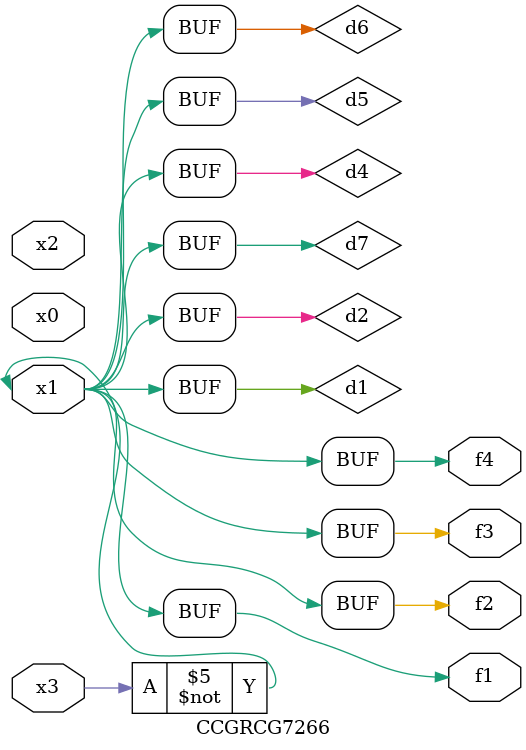
<source format=v>
module CCGRCG7266(
	input x0, x1, x2, x3,
	output f1, f2, f3, f4
);

	wire d1, d2, d3, d4, d5, d6, d7;

	not (d1, x3);
	buf (d2, x1);
	xnor (d3, d1, d2);
	nor (d4, d1);
	buf (d5, d1, d2);
	buf (d6, d4, d5);
	nand (d7, d4);
	assign f1 = d6;
	assign f2 = d7;
	assign f3 = d6;
	assign f4 = d6;
endmodule

</source>
